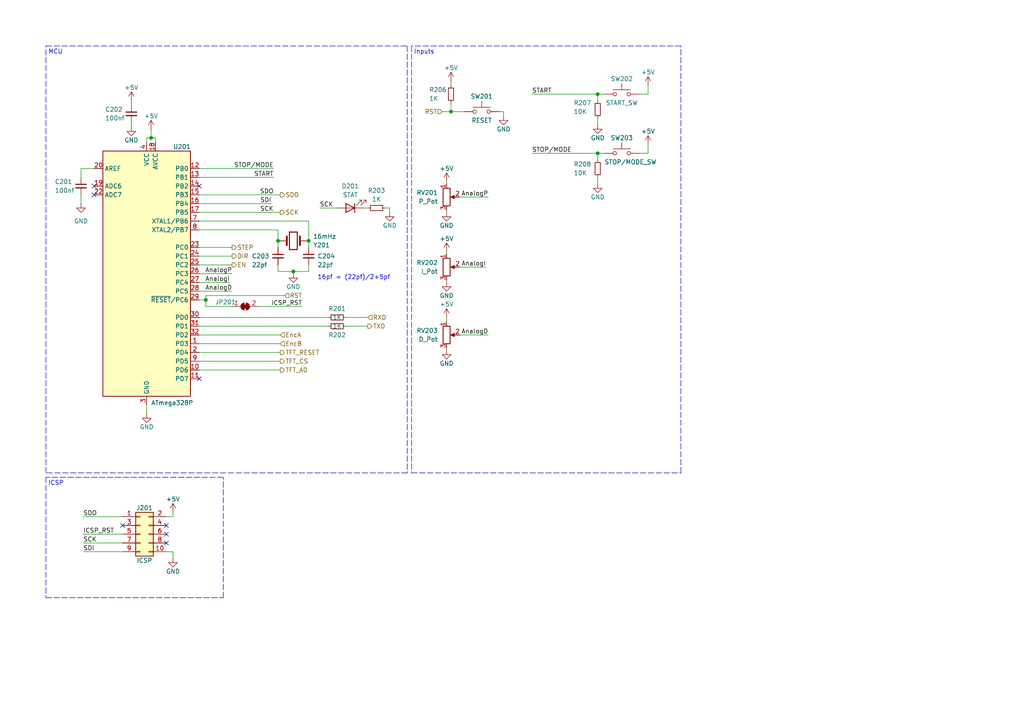
<source format=kicad_sch>
(kicad_sch (version 20211123) (generator eeschema)
  (paper "A4")
  (title_block (title "VTOL Board") (date "${ISSUE}") (rev "${REVISION}") (company "SNHU") (comment 4 "Release: ${FULL_REVISION}"))
  (lib_symbols
    (symbol "Connector_Generic:Conn_02x05_Odd_Even" (pin_names (offset 1.016) hide)
      (property "Reference" "J" (at 1.27 7.62 0))
      (property "Value" "Conn_02x05_Odd_Even" (at 1.27 -7.62 0))
      (symbol "Conn_02x05_Odd_Even_1_1"
        (rectangle (start -1.27 -4.953) (end 0 -5.207) (stroke (width 0.1524)))
        (rectangle (start -1.27 -2.413) (end 0 -2.667) (stroke (width 0.1524)))
        (rectangle (start -1.27 0.127) (end 0 -0.127) (stroke (width 0.1524)))
        (rectangle (start -1.27 2.667) (end 0 2.413) (stroke (width 0.1524)))
        (rectangle (start -1.27 5.207) (end 0 4.953) (stroke (width 0.1524)))
        (rectangle (start -1.27 6.35) (end 3.81 -6.35) (stroke (width 0.254)) (fill (type background)))
        (rectangle (start 3.81 -4.953) (end 2.54 -5.207) (stroke (width 0.1524)))
        (rectangle (start 3.81 -2.413) (end 2.54 -2.667) (stroke (width 0.1524)))
        (rectangle (start 3.81 0.127) (end 2.54 -0.127) (stroke (width 0.1524)))
        (rectangle (start 3.81 2.667) (end 2.54 2.413) (stroke (width 0.1524)))
        (rectangle (start 3.81 5.207) (end 2.54 4.953) (stroke (width 0.1524)))
        (pin passive line (at -5.08 5.08 0) (length 3.81) (name "Pin_1") (number "1"))
        (pin passive line (at 7.62 -5.08 180) (length 3.81) (name "Pin_10") (number "10"))
        (pin passive line (at 7.62 5.08 180) (length 3.81) (name "Pin_2") (number "2"))
        (pin passive line (at -5.08 2.54 0) (length 3.81) (name "Pin_3") (number "3"))
        (pin passive line (at 7.62 2.54 180) (length 3.81) (name "Pin_4") (number "4"))
        (pin passive line (at -5.08 0 0) (length 3.81) (name "Pin_5") (number "5"))
        (pin passive line (at 7.62 0 180) (length 3.81) (name "Pin_6") (number "6"))
        (pin passive line (at -5.08 -2.54 0) (length 3.81) (name "Pin_7") (number "7"))
        (pin passive line (at 7.62 -2.54 180) (length 3.81) (name "Pin_8") (number "8"))
        (pin passive line (at -5.08 -5.08 0) (length 3.81) (name "Pin_9") (number "9"))
      )
    )
    (symbol "Device:C_Small" (pin_numbers hide) (pin_names (offset 0.254) hide)
      (property "Reference" "C" (at 0.254 1.778 0))
      (property "Value" "C_Small" (at 0.254 -2.032 0))
      (symbol "C_Small_0_1"
        (polyline (pts (xy -1.524 -0.508) (xy 1.524 -0.508)) (stroke (width 0.3302)))
        (polyline (pts (xy -1.524 0.508) (xy 1.524 0.508)) (stroke (width 0.3048)))
      )
      (symbol "C_Small_1_1"
        (pin passive line (at 0 2.54 270) (length 2.032) (name "~") (number "1"))
        (pin passive line (at 0 -2.54 90) (length 2.032) (name "~") (number "2"))
      )
    )
    (symbol "Device:Crystal" (pin_numbers hide) (pin_names (offset 1.016) hide)
      (property "Reference" "Y" (at 0 3.81 0))
      (property "Value" "Crystal" (at 0 -3.81 0))
      (symbol "Crystal_0_1"
        (rectangle (start -1.143 2.54) (end 1.143 -2.54) (stroke (width 0.3048)))
        (polyline (pts (xy -2.54 0) (xy -1.905 0)))
        (polyline (pts (xy -1.905 -1.27) (xy -1.905 1.27)) (stroke (width 0.508)))
        (polyline (pts (xy 1.905 -1.27) (xy 1.905 1.27)) (stroke (width 0.508)))
        (polyline (pts (xy 2.54 0) (xy 1.905 0)))
      )
      (symbol "Crystal_1_1"
        (pin passive line (at -3.81 0 0) (length 1.27) (name "1") (number "1"))
        (pin passive line (at 3.81 0 180) (length 1.27) (name "2") (number "2"))
      )
    )
    (symbol "Device:LED" (pin_numbers hide) (pin_names (offset 1.016) hide)
      (property "Reference" "D" (at 0 2.54 0))
      (property "Value" "LED" (at 0 -2.54 0))
      (symbol "LED_0_1"
        (polyline (pts (xy -1.27 -1.27) (xy -1.27 1.27)) (stroke (width 0.254)))
        (polyline (pts (xy -1.27 0) (xy 1.27 0)))
        (polyline (pts (xy 1.27 -1.27) (xy 1.27 1.27) (xy -1.27 0) (xy 1.27 -1.27)) (stroke (width 0.254)))
        (polyline (pts (xy -3.048 -0.762) (xy -4.572 -2.286) (xy -3.81 -2.286) (xy -4.572 -2.286) (xy -4.572 -1.524)))
        (polyline (pts (xy -1.778 -0.762) (xy -3.302 -2.286) (xy -2.54 -2.286) (xy -3.302 -2.286) (xy -3.302 -1.524)))
      )
      (symbol "LED_1_1"
        (pin passive line (at -3.81 0 0) (length 2.54) (name "K") (number "1"))
        (pin passive line (at 3.81 0 180) (length 2.54) (name "A") (number "2"))
      )
    )
    (symbol "Device:R_Potentiometer" (pin_names (offset 1.016) hide)
      (property "Reference" "RV" (at -4.445 0 90))
      (property "Value" "R_Potentiometer" (at -2.54 0 90))
      (symbol "R_Potentiometer_0_1"
        (polyline (pts (xy 2.54 0) (xy 1.524 0)))
        (polyline (pts (xy 1.143 0) (xy 2.286 0.508) (xy 2.286 -0.508) (xy 1.143 0)) (fill (type outline)))
        (rectangle (start 1.016 2.54) (end -1.016 -2.54) (stroke (width 0.254)))
      )
      (symbol "R_Potentiometer_1_1"
        (pin passive line (at 0 3.81 270) (length 1.27) (name "1") (number "1"))
        (pin passive line (at 3.81 0 180) (length 1.27) (name "2") (number "2"))
        (pin passive line (at 0 -3.81 90) (length 1.27) (name "3") (number "3"))
      )
    )
    (symbol "Device:R_Small" (pin_numbers hide) (pin_names (offset 0.254) hide)
      (property "Reference" "R" (at 0.762 0.508 0))
      (property "Value" "R_Small" (at 0.762 -1.016 0))
      (symbol "R_Small_0_1"
        (rectangle (start -0.762 1.778) (end 0.762 -1.778) (stroke (width 0.2032)))
      )
      (symbol "R_Small_1_1"
        (pin passive line (at 0 2.54 270) (length 0.762) (name "~") (number "1"))
        (pin passive line (at 0 -2.54 90) (length 0.762) (name "~") (number "2"))
      )
    )
    (symbol "Jumper:SolderJumper_2_Bridged" (pin_names (offset 0) hide)
      (property "Reference" "JP" (at 0 2.032 0))
      (property "Value" "SolderJumper_2_Bridged" (at 0 -2.54 0))
      (symbol "SolderJumper_2_Bridged_0_1"
        (rectangle (start -0.508 0.508) (end 0.508 -0.508) (fill (type outline)))
        (arc (start -0.254 1.016) (mid -1.27 0) (end -0.254 -1.016))
        (arc (start -0.254 1.016) (mid -1.27 0) (end -0.254 -1.016) (fill (type outline)))
        (polyline (pts (xy -0.254 1.016) (xy -0.254 -1.016)))
        (polyline (pts (xy 0.254 1.016) (xy 0.254 -1.016)))
        (arc (start 0.254 -1.016) (mid 1.27 0) (end 0.254 1.016))
        (arc (start 0.254 -1.016) (mid 1.27 0) (end 0.254 1.016) (fill (type outline)))
      )
      (symbol "SolderJumper_2_Bridged_1_1"
        (pin passive line (at -3.81 0 0) (length 2.54) (name "A") (number "1"))
        (pin passive line (at 3.81 0 180) (length 2.54) (name "B") (number "2"))
      )
    )
    (symbol "MCU_Microchip_ATmega:ATmega328P-A"
      (property "Reference" "U" (at -12.7 36.83 0))
      (property "Value" "ATmega328P-A" (at 2.54 -36.83 0))
      (symbol "ATmega328P-A_0_1"
        (rectangle (start -12.7 -35.56) (end 12.7 35.56) (stroke (width 0.254)) (fill (type background)))
      )
      (symbol "ATmega328P-A_1_1"
        (pin bidirectional line (at 15.24 -20.32 180) (length 2.54) (name "PD3") (number "1"))
        (pin bidirectional line (at 15.24 -27.94 180) (length 2.54) (name "PD6") (number "10"))
        (pin bidirectional line (at 15.24 -30.48 180) (length 2.54) (name "PD7") (number "11"))
        (pin bidirectional line (at 15.24 30.48 180) (length 2.54) (name "PB0") (number "12"))
        (pin bidirectional line (at 15.24 27.94 180) (length 2.54) (name "PB1") (number "13"))
        (pin bidirectional line (at 15.24 25.4 180) (length 2.54) (name "PB2") (number "14"))
        (pin bidirectional line (at 15.24 22.86 180) (length 2.54) (name "PB3") (number "15"))
        (pin bidirectional line (at 15.24 20.32 180) (length 2.54) (name "PB4") (number "16"))
        (pin bidirectional line (at 15.24 17.78 180) (length 2.54) (name "PB5") (number "17"))
        (pin power_in line (at 2.54 38.1 270) (length 2.54) (name "AVCC") (number "18"))
        (pin input line (at -15.24 25.4 0) (length 2.54) (name "ADC6") (number "19"))
        (pin bidirectional line (at 15.24 -22.86 180) (length 2.54) (name "PD4") (number "2"))
        (pin passive line (at -15.24 30.48 0) (length 2.54) (name "AREF") (number "20"))
        (pin passive line (at 0 -38.1 90) (length 2.54) hide (name "GND") (number "21"))
        (pin input line (at -15.24 22.86 0) (length 2.54) (name "ADC7") (number "22"))
        (pin bidirectional line (at 15.24 7.62 180) (length 2.54) (name "PC0") (number "23"))
        (pin bidirectional line (at 15.24 5.08 180) (length 2.54) (name "PC1") (number "24"))
        (pin bidirectional line (at 15.24 2.54 180) (length 2.54) (name "PC2") (number "25"))
        (pin bidirectional line (at 15.24 0 180) (length 2.54) (name "PC3") (number "26"))
        (pin bidirectional line (at 15.24 -2.54 180) (length 2.54) (name "PC4") (number "27"))
        (pin bidirectional line (at 15.24 -5.08 180) (length 2.54) (name "PC5") (number "28"))
        (pin bidirectional line (at 15.24 -7.62 180) (length 2.54) (name "~{RESET}/PC6") (number "29"))
        (pin power_in line (at 0 -38.1 90) (length 2.54) (name "GND") (number "3"))
        (pin bidirectional line (at 15.24 -12.7 180) (length 2.54) (name "PD0") (number "30"))
        (pin bidirectional line (at 15.24 -15.24 180) (length 2.54) (name "PD1") (number "31"))
        (pin bidirectional line (at 15.24 -17.78 180) (length 2.54) (name "PD2") (number "32"))
        (pin power_in line (at 0 38.1 270) (length 2.54) (name "VCC") (number "4"))
        (pin passive line (at 0 -38.1 90) (length 2.54) hide (name "GND") (number "5"))
        (pin passive line (at 0 38.1 270) (length 2.54) hide (name "VCC") (number "6"))
        (pin bidirectional line (at 15.24 15.24 180) (length 2.54) (name "XTAL1/PB6") (number "7"))
        (pin bidirectional line (at 15.24 12.7 180) (length 2.54) (name "XTAL2/PB7") (number "8"))
        (pin bidirectional line (at 15.24 -25.4 180) (length 2.54) (name "PD5") (number "9"))
      )
    )
    (symbol "Switch:SW_Push" (pin_numbers hide) (pin_names (offset 1.016) hide)
      (property "Reference" "SW" (at 1.27 2.54 0))
      (property "Value" "SW_Push" (at 0 -1.524 0))
      (symbol "SW_Push_0_1"
        (circle (center -2.032 0) (radius 0.508))
        (polyline (pts (xy 0 1.27) (xy 0 3.048)))
        (polyline (pts (xy 2.54 1.27) (xy -2.54 1.27)))
        (circle (center 2.032 0) (radius 0.508))
        (pin passive line (at -5.08 0 0) (length 2.54) (name "1") (number "1"))
        (pin passive line (at 5.08 0 180) (length 2.54) (name "2") (number "2"))
      )
    )
    (symbol "power:+5V" (power) (pin_names (offset 0))
      (property "Value" "+5V" (at 0 3.556 0))
      (symbol "+5V_0_1"
        (polyline (pts (xy -0.762 1.27) (xy 0 2.54)))
        (polyline (pts (xy 0 0) (xy 0 2.54)))
        (polyline (pts (xy 0 2.54) (xy 0.762 1.27)))
      )
      (symbol "+5V_1_1"
        (pin power_in line (at 0 0 90) (length 0) hide (name "+5V") (number "1"))
      )
    )
    (symbol "power:GND" (power) (pin_names (offset 0))
      (property "Value" "GND" (at 0 -3.81 0))
      (symbol "GND_0_1"
        (polyline (pts (xy 0 0) (xy 0 -1.27) (xy 1.27 -1.27) (xy 0 -2.54) (xy -1.27 -1.27) (xy 0 -1.27)))
      )
      (symbol "GND_1_1"
        (pin power_in line (at 0 0 270) (length 0) hide (name "GND") (number "1"))
      )
    )
  )
  (junction (at 130.81 32.385))
  (junction (at 89.535 69.85))
  (junction (at 173.355 27.305))
  (junction (at 43.815 40.005))
  (junction (at 173.355 44.45))
  (junction (at 80.645 69.85))
  (junction (at 85.09 78.74))
  (junction (at 59.69 86.995))
  (no_connect (at 27.305 56.515))
  (no_connect (at 48.26 154.94))
  (no_connect (at 57.785 53.975))
  (no_connect (at 57.785 109.855))
  (no_connect (at 48.26 157.48))
  (no_connect (at 48.26 152.4))
  (no_connect (at 35.56 152.4))
  (no_connect (at 27.305 53.975))
  (wire (pts (xy 129.54 92.075) (xy 129.54 93.345)))
  (polyline (pts (xy 197.485 137.16) (xy 197.485 13.335)))
  (wire (pts (xy 23.495 56.515) (xy 23.495 59.055)))
  (wire (pts (xy 45.085 40.005) (xy 43.815 40.005)))
  (wire (pts (xy 24.13 149.86) (xy 35.56 149.86)))
  (wire (pts (xy 82.55 85.725) (xy 59.69 85.725)))
  (wire (pts (xy 57.785 107.315) (xy 81.28 107.315)))
  (wire (pts (xy 57.785 51.435) (xy 79.375 51.435)))
  (wire (pts (xy 80.645 69.85) (xy 81.28 69.85)))
  (wire (pts (xy 173.355 44.45) (xy 173.355 46.355)))
  (wire (pts (xy 59.69 88.9) (xy 67.31 88.9)))
  (wire (pts (xy 129.54 100.965) (xy 129.54 101.6)))
  (wire (pts (xy 48.26 149.86) (xy 50.165 149.86)))
  (wire (pts (xy 113.03 61.595) (xy 113.03 60.325)))
  (wire (pts (xy 133.35 77.47) (xy 140.97 77.47)))
  (wire (pts (xy 23.495 48.895) (xy 23.495 51.435)))
  (wire (pts (xy 59.69 86.995) (xy 57.785 86.995)))
  (wire (pts (xy 50.165 149.86) (xy 50.165 148.59)))
  (wire (pts (xy 130.81 23.495) (xy 130.81 24.765)))
  (wire (pts (xy 24.13 160.02) (xy 35.56 160.02)))
  (wire (pts (xy 57.785 61.595) (xy 81.28 61.595)))
  (wire (pts (xy 57.785 94.615) (xy 95.25 94.615)))
  (wire (pts (xy 113.03 60.325) (xy 111.76 60.325)))
  (wire (pts (xy 130.81 32.385) (xy 128.27 32.385)))
  (polyline (pts (xy 64.77 138.43) (xy 13.335 138.43)))
  (wire (pts (xy 129.54 73.025) (xy 129.54 73.66)))
  (wire (pts (xy 187.96 27.305) (xy 185.42 27.305)))
  (wire (pts (xy 89.535 69.85) (xy 89.535 64.135)))
  (wire (pts (xy 67.31 74.295) (xy 57.785 74.295)))
  (wire (pts (xy 129.54 81.28) (xy 129.54 81.915)))
  (wire (pts (xy 57.785 102.235) (xy 81.28 102.235)))
  (wire (pts (xy 89.535 69.85) (xy 89.535 71.755)))
  (wire (pts (xy 57.785 79.375) (xy 67.31 79.375)))
  (wire (pts (xy 154.305 27.305) (xy 173.355 27.305)))
  (wire (pts (xy 45.085 41.275) (xy 45.085 40.005)))
  (wire (pts (xy 187.96 41.91) (xy 187.96 44.45)))
  (polyline (pts (xy 119.38 137.16) (xy 197.485 137.16)))
  (wire (pts (xy 173.355 27.305) (xy 175.26 27.305)))
  (wire (pts (xy 129.54 52.705) (xy 129.54 53.34)))
  (wire (pts (xy 24.13 154.94) (xy 35.56 154.94)))
  (wire (pts (xy 173.355 27.305) (xy 173.355 29.21)))
  (wire (pts (xy 57.785 66.675) (xy 80.645 66.675)))
  (wire (pts (xy 42.545 40.005) (xy 42.545 41.275)))
  (wire (pts (xy 80.645 69.85) (xy 80.645 71.755)))
  (wire (pts (xy 57.785 84.455) (xy 67.31 84.455)))
  (wire (pts (xy 80.645 78.74) (xy 85.09 78.74)))
  (wire (pts (xy 133.35 57.15) (xy 141.605 57.15)))
  (wire (pts (xy 173.355 34.29) (xy 173.355 36.195)))
  (wire (pts (xy 79.375 48.895) (xy 57.785 48.895)))
  (wire (pts (xy 105.41 60.325) (xy 106.68 60.325)))
  (wire (pts (xy 187.96 44.45) (xy 185.42 44.45)))
  (wire (pts (xy 173.355 44.45) (xy 175.26 44.45)))
  (wire (pts (xy 129.54 60.96) (xy 129.54 61.595)))
  (wire (pts (xy 80.645 76.835) (xy 80.645 78.74)))
  (polyline (pts (xy 197.485 13.335) (xy 119.38 13.335)))
  (wire (pts (xy 67.31 71.755) (xy 57.785 71.755)))
  (polyline (pts (xy 119.38 13.335) (xy 119.38 137.16)))
  (polyline (pts (xy 64.77 173.355) (xy 64.77 138.43)))
  (polyline (pts (xy 118.11 13.335) (xy 118.11 137.16)))
  (wire (pts (xy 80.645 66.675) (xy 80.645 69.85)))
  (wire (pts (xy 57.785 92.075) (xy 95.25 92.075)))
  (wire (pts (xy 43.815 37.465) (xy 43.815 40.005)))
  (wire (pts (xy 92.71 60.325) (xy 97.79 60.325)))
  (wire (pts (xy 88.9 69.85) (xy 89.535 69.85)))
  (polyline (pts (xy 13.335 13.335) (xy 118.11 13.335)))
  (wire (pts (xy 38.1 35.56) (xy 38.1 36.83)))
  (wire (pts (xy 67.31 76.835) (xy 57.785 76.835)))
  (wire (pts (xy 48.26 160.02) (xy 50.165 160.02)))
  (wire (pts (xy 38.1 29.21) (xy 38.1 30.48)))
  (wire (pts (xy 57.785 81.915) (xy 66.675 81.915)))
  (wire (pts (xy 81.28 99.695) (xy 57.785 99.695)))
  (wire (pts (xy 74.93 88.9) (xy 87.63 88.9)))
  (wire (pts (xy 154.305 44.45) (xy 173.355 44.45)))
  (polyline (pts (xy 13.335 138.43) (xy 13.335 173.355)))
  (polyline (pts (xy 13.335 173.355) (xy 64.77 173.355)))
  (wire (pts (xy 134.62 32.385) (xy 130.81 32.385)))
  (polyline (pts (xy 13.335 137.16) (xy 13.335 13.335)))
  (wire (pts (xy 146.05 32.385) (xy 144.78 32.385)))
  (wire (pts (xy 81.28 97.155) (xy 57.785 97.155)))
  (wire (pts (xy 50.165 160.02) (xy 50.165 161.925)))
  (wire (pts (xy 43.815 40.005) (xy 42.545 40.005)))
  (wire (pts (xy 133.35 97.155) (xy 141.605 97.155)))
  (wire (pts (xy 42.545 117.475) (xy 42.545 120.015)))
  (wire (pts (xy 57.785 104.775) (xy 81.28 104.775)))
  (wire (pts (xy 100.33 92.075) (xy 106.68 92.075)))
  (wire (pts (xy 100.33 94.615) (xy 106.68 94.615)))
  (wire (pts (xy 27.305 48.895) (xy 23.495 48.895)))
  (wire (pts (xy 173.355 51.435) (xy 173.355 53.34)))
  (wire (pts (xy 89.535 78.74) (xy 89.535 76.835)))
  (wire (pts (xy 59.69 86.995) (xy 59.69 88.9)))
  (wire (pts (xy 59.69 85.725) (xy 59.69 86.995)))
  (wire (pts (xy 24.13 157.48) (xy 35.56 157.48)))
  (polyline (pts (xy 118.11 137.16) (xy 13.335 137.16)))
  (wire (pts (xy 85.09 78.74) (xy 89.535 78.74)))
  (wire (pts (xy 146.05 33.655) (xy 146.05 32.385)))
  (wire (pts (xy 57.785 64.135) (xy 89.535 64.135)))
  (wire (pts (xy 187.96 24.765) (xy 187.96 27.305)))
  (wire (pts (xy 85.09 78.74) (xy 85.09 79.375)))
  (wire (pts (xy 130.81 32.385) (xy 130.81 29.845)))
  (wire (pts (xy 57.785 56.515) (xy 81.28 56.515)))
  (wire (pts (xy 57.785 59.055) (xy 78.74 59.055)))
  (text "ICSP" (at 13.97 140.97 0) (effects (font (size 1.27 1.27)) (justify left bottom)))
  (text "MCU" (at 13.97 15.875 0) (effects (font (size 1.27 1.27)) (justify left bottom)))
  (text "Inputs" (at 120.015 15.875 0) (effects (font (size 1.27 1.27)) (justify left bottom)))
  (text "16pf = (22pf)/2+5pf" (at 92.075 81.28 0) (effects (font (size 1.27 1.27)) (justify left bottom)))
  (label "AnalogD" (at 67.31 84.455 180))
  (label "AnalogI" (at 66.675 81.915 180))
  (label "SDO" (at 24.13 149.86 0))
  (label "SDO" (at 79.375 56.515 180))
  (label "SCK" (at 92.71 60.325 0))
  (label "SDI" (at 24.13 160.02 0))
  (label "START" (at 154.305 27.305 0))
  (label "ICSP_RST" (at 87.63 88.9 180))
  (label "STOP{slash}MODE" (at 79.375 48.895 180))
  (label "AnalogI" (at 140.97 77.47 180))
  (label "SDI" (at 78.74 59.055 180))
  (label "STOP{slash}MODE" (at 154.305 44.45 0))
  (label "SCK" (at 24.13 157.48 0))
  (label "AnalogP" (at 141.605 57.15 180))
  (label "START" (at 79.375 51.435 180))
  (label "AnalogP" (at 67.31 79.375 180))
  (label "ICSP_RST" (at 24.13 154.94 0))
  (label "SCK" (at 79.375 61.595 180))
  (label "AnalogD" (at 141.605 97.155 180))
  (hierarchical_label "RST" (shape input) (at 82.55 85.725 0))
  (hierarchical_label "DIR" (shape output) (at 67.31 74.295 0))
  (hierarchical_label "RST" (shape input) (at 128.27 32.385 180))
  (hierarchical_label "TFT_CS" (shape output) (at 81.28 104.775 0))
  (hierarchical_label "SDO" (shape output) (at 81.28 56.515 0))
  (hierarchical_label "RXD" (shape input) (at 106.68 92.075 0))
  (hierarchical_label "TFT_RESET" (shape output) (at 81.28 102.235 0))
  (hierarchical_label "EncB" (shape input) (at 81.28 99.695 0))
  (hierarchical_label "EncA" (shape input) (at 81.28 97.155 0))
  (hierarchical_label "SCK" (shape output) (at 81.28 61.595 0))
  (hierarchical_label "TFT_A0" (shape output) (at 81.28 107.315 0))
  (hierarchical_label "TXD" (shape output) (at 106.68 94.615 0))
  (hierarchical_label "STEP" (shape output) (at 67.31 71.755 0))
  (hierarchical_label "EN" (shape output) (at 67.31 76.835 0))
  (symbol (lib_id "Device:R_Potentiometer") (at 129.54 57.15 0) (unit 1)
    (property "Reference" "RV201" (at 127 55.8799 0) (effects (justify right)))
    (property "Value" "P_Pot" (at 127 58.4199 0) (effects (justify right)))
    (property "Footprint" "Connector_JST:JST_EH_B3B-EH-A_1x03_P2.50mm_Vertical" (effects hide))
  )
  (symbol (lib_id "power:+5V") (at 129.54 73.025 0) (unit 1)
    (property "Reference" "#PWR0134" (effects hide))
    (property "Value" "+5V" (at 129.54 69.215 0))
  )
  (symbol (lib_id "power:+5V") (at 187.96 41.91 0) (unit 1)
    (property "Reference" "#PWR0220" (effects hide))
    (property "Value" "+5V" (at 187.96 38.1 0))
  )
  (symbol (lib_id "Device:R_Small") (at 97.79 94.615 90) (unit 1)
    (property "Reference" "R202" (at 97.79 97.155 90))
    (property "Value" "1K" (at 97.79 94.615 90))
    (property "Footprint" "Resistor_SMD:R_0805_2012Metric" (effects hide))
  )
  (symbol (lib_id "Switch:SW_Push") (at 180.34 44.45 0) (unit 1)
    (property "Reference" "SW203" (at 180.34 40.005 0))
    (property "Value" "STOP/MODE_SW" (at 182.88 46.99 0))
    (property "Footprint" "Button_Switch_THT:SW_PUSH_6mm_H5mm" (effects hide))
  )
  (symbol (lib_id "power:GND") (at 42.545 120.015 0) (unit 1)
    (property "Reference" "#PWR0204" (effects hide))
    (property "Value" "GND" (at 42.545 123.825 0))
  )
  (symbol (lib_id "Device:R_Potentiometer") (at 129.54 77.47 0) (unit 1)
    (property "Reference" "RV202" (at 127 76.1999 0) (effects (justify right)))
    (property "Value" "I_Pot" (at 127 78.7399 0) (effects (justify right)))
    (property "Footprint" "Connector_JST:JST_EH_B3B-EH-A_1x03_P2.50mm_Vertical" (effects hide))
  )
  (symbol (lib_id "Connector_Generic:Conn_02x05_Odd_Even") (at 40.64 154.94 0) (unit 1)
    (property "Reference" "J201" (at 41.91 147.32 0))
    (property "Value" "ICSP" (at 41.91 162.56 0))
    (property "Footprint" "Connector:Tag-Connect_TC2050-IDC-FP_2x05_P1.27mm_Vertical" (effects hide))
  )
  (symbol (lib_id "Device:R_Small") (at 109.22 60.325 270) (unit 1)
    (property "Reference" "R203" (at 109.22 55.245 90))
    (property "Value" "1K" (at 109.22 57.785 90))
    (property "Footprint" "Resistor_SMD:R_0805_2012Metric" (effects hide))
  )
  (symbol (lib_id "power:GND") (at 85.09 79.375 0) (unit 1)
    (property "Reference" "#PWR0206" (effects hide))
    (property "Value" "GND" (at 85.09 83.185 0))
  )
  (symbol (lib_id "Device:R_Small") (at 173.355 48.895 0) (unit 1)
    (property "Reference" "R208" (at 166.37 47.625 0) (effects (justify left)))
    (property "Value" "10K" (at 166.37 50.165 0) (effects (justify left)))
    (property "Footprint" "Resistor_SMD:R_0805_2012Metric" (effects hide))
  )
  (symbol (lib_id "Device:R_Potentiometer") (at 129.54 97.155 0) (unit 1)
    (property "Reference" "RV203" (at 127 95.8849 0) (effects (justify right)))
    (property "Value" "D_Pot" (at 127 98.4249 0) (effects (justify right)))
    (property "Footprint" "Connector_JST:JST_EH_B3B-EH-A_1x03_P2.50mm_Vertical" (effects hide))
  )
  (symbol (lib_id "power:+5V") (at 129.54 92.075 0) (unit 1)
    (property "Reference" "#PWR0137" (effects hide))
    (property "Value" "+5V" (at 129.54 88.265 0))
  )
  (symbol (lib_id "power:+5V") (at 50.165 148.59 0) (unit 1)
    (property "Reference" "#PWR0208" (effects hide))
    (property "Value" "+5V" (at 50.165 144.78 0))
  )
  (symbol (lib_id "power:GND") (at 50.165 161.925 0) (unit 1)
    (property "Reference" "#PWR0209" (effects hide))
    (property "Value" "GND" (at 50.165 165.735 0))
  )
  (symbol (lib_id "power:+5V") (at 38.1 29.21 0) (unit 1)
    (property "Reference" "#PWR0202" (effects hide))
    (property "Value" "+5V" (at 38.1 25.4 0))
  )
  (symbol (lib_id "MCU_Microchip_ATmega:ATmega328P-A") (at 42.545 79.375 0) (unit 1)
    (property "Reference" "U201" (at 50.165 42.545 0) (effects (justify left)))
    (property "Value" "ATmega328P" (at 43.815 116.84 0) (effects (justify left)))
    (property "Footprint" "Package_QFP:TQFP-32_7x7mm_P0.8mm" (effects hide))
    (property "Datasheet" "http://ww1.microchip.com/downloads/en/DeviceDoc/ATmega328_P%20AVR%20MCU%20with%20picoPower%20Technology%20Data%20Sheet%2040001984A.pdf" (effects hide))
  )
  (symbol (lib_id "Device:R_Small") (at 130.81 27.305 0) (unit 1)
    (property "Reference" "R206" (at 124.46 26.035 0) (effects (justify left)))
    (property "Value" "1K" (at 124.46 28.575 0) (effects (justify left)))
    (property "Footprint" "Resistor_SMD:R_0805_2012Metric" (effects hide))
  )
  (symbol (lib_id "power:+5V") (at 129.54 52.705 0) (unit 1)
    (property "Reference" "#PWR0135" (effects hide))
    (property "Value" "+5V" (at 129.54 48.895 0))
  )
  (symbol (lib_id "Jumper:SolderJumper_2_Bridged") (at 71.12 88.9 0) (unit 1)
    (property "Reference" "JP201" (at 65.405 87.63 0))
    (property "Value" "RSTBridge" (effects hide))
    (property "Footprint" "Jumper:SolderJumper-2_P1.3mm_Bridged_Pad1.0x1.5mm" (effects hide))
  )
  (symbol (lib_id "power:GND") (at 129.54 81.915 0) (unit 1)
    (property "Reference" "#PWR0138" (effects hide))
    (property "Value" "GND" (at 129.54 85.725 0))
  )
  (symbol (lib_id "Device:C_Small") (at 38.1 33.02 0) (unit 1)
    (property "Reference" "C202" (at 30.48 31.75 0) (effects (justify left)))
    (property "Value" "100nf" (at 30.48 34.29 0) (effects (justify left)))
    (property "Footprint" "Capacitor_SMD:C_0805_2012Metric" (effects hide))
  )
  (symbol (lib_id "Device:C_Small") (at 89.535 74.295 0) (unit 1)
    (property "Reference" "C204" (at 92.075 74.295 0) (effects (justify left)))
    (property "Value" "22pf" (at 92.075 76.835 0) (effects (justify left)))
    (property "Footprint" "Capacitor_SMD:C_0805_2012Metric" (effects hide))
  )
  (symbol (lib_id "Device:R_Small") (at 97.79 92.075 90) (unit 1)
    (property "Reference" "R201" (at 97.79 89.535 90))
    (property "Value" "1K" (at 97.79 92.075 90))
    (property "Footprint" "Resistor_SMD:R_0805_2012Metric" (effects hide))
  )
  (symbol (lib_id "power:GND") (at 129.54 61.595 0) (unit 1)
    (property "Reference" "#PWR0136" (effects hide))
    (property "Value" "GND" (at 129.54 65.405 0))
  )
  (symbol (lib_id "power:GND") (at 146.05 33.655 0) (unit 1)
    (property "Reference" "#PWR0218" (effects hide))
    (property "Value" "GND" (at 146.05 37.465 0))
  )
  (symbol (lib_id "power:+5V") (at 130.81 23.495 0) (unit 1)
    (property "Reference" "#PWR0214" (effects hide))
    (property "Value" "+5V" (at 130.81 19.685 0))
  )
  (symbol (lib_id "power:+5V") (at 187.96 24.765 0) (unit 1)
    (property "Reference" "#PWR0219" (effects hide))
    (property "Value" "+5V" (at 187.96 20.955 0))
  )
  (symbol (lib_id "Device:C_Small") (at 80.645 74.295 0) (unit 1)
    (property "Reference" "C203" (at 73.025 74.295 0) (effects (justify left)))
    (property "Value" "22pf" (at 73.025 76.835 0) (effects (justify left)))
    (property "Footprint" "Capacitor_SMD:C_0805_2012Metric" (effects hide))
  )
  (symbol (lib_id "Switch:SW_Push") (at 139.7 32.385 0) (unit 1)
    (property "Reference" "SW201" (at 139.7 27.94 0))
    (property "Value" "RESET" (at 139.7 34.925 0))
    (property "Footprint" "Button_Switch_THT:SW_PUSH_6mm_H5mm" (effects hide))
  )
  (symbol (lib_id "Device:R_Small") (at 173.355 31.75 0) (unit 1)
    (property "Reference" "R207" (at 166.37 29.845 0) (effects (justify left)))
    (property "Value" "10K" (at 166.37 32.385 0) (effects (justify left)))
    (property "Footprint" "Resistor_SMD:R_0805_2012Metric" (effects hide))
  )
  (symbol (lib_id "Device:LED") (at 101.6 60.325 180) (unit 1)
    (property "Reference" "D201" (at 101.6 53.975 0))
    (property "Value" "STAT" (at 101.6 56.515 0))
    (property "Footprint" "LED_SMD:LED_0805_2012Metric" (effects hide))
  )
  (symbol (lib_id "Device:Crystal") (at 85.09 69.85 180) (unit 1)
    (property "Reference" "Y201" (at 90.805 71.12 0) (effects (justify right)))
    (property "Value" "16mHz" (at 90.805 68.58 0) (effects (justify right)))
    (property "Footprint" "Crystal:Crystal_SMD_HC49-SD" (effects hide))
  )
  (symbol (lib_id "Device:C_Small") (at 23.495 53.975 0) (unit 1)
    (property "Reference" "C201" (at 15.875 52.705 0) (effects (justify left)))
    (property "Value" "100nf" (at 15.875 55.245 0) (effects (justify left)))
    (property "Footprint" "Capacitor_SMD:C_0805_2012Metric" (effects hide))
  )
  (symbol (lib_id "power:GND") (at 23.495 59.055 0) (unit 1)
    (property "Reference" "#PWR0201" (effects hide))
    (property "Value" "GND" (at 23.495 64.135 0))
  )
  (symbol (lib_id "Switch:SW_Push") (at 180.34 27.305 0) (unit 1)
    (property "Reference" "SW202" (at 180.34 22.86 0))
    (property "Value" "START_SW" (at 180.34 29.845 0))
    (property "Footprint" "Button_Switch_THT:SW_PUSH_6mm_H5mm" (effects hide))
  )
  (symbol (lib_id "power:GND") (at 113.03 61.595 0) (unit 1)
    (property "Reference" "#PWR0141" (effects hide))
    (property "Value" "GND" (at 113.03 65.405 0))
  )
  (symbol (lib_id "power:GND") (at 173.355 53.34 0) (unit 1)
    (property "Reference" "#PWR0216" (effects hide))
    (property "Value" "GND" (at 173.355 57.15 0))
  )
  (symbol (lib_id "power:GND") (at 173.355 36.195 0) (unit 1)
    (property "Reference" "#PWR0215" (effects hide))
    (property "Value" "GND" (at 173.355 40.005 0))
  )
  (symbol (lib_id "power:+5V") (at 43.815 37.465 0) (unit 1)
    (property "Reference" "#PWR0205" (effects hide))
    (property "Value" "+5V" (at 43.815 33.655 0))
  )
  (symbol (lib_id "power:GND") (at 38.1 36.83 0) (unit 1)
    (property "Reference" "#PWR0203" (effects hide))
    (property "Value" "GND" (at 38.1 40.64 0))
  )
  (symbol (lib_id "power:GND") (at 129.54 101.6 0) (unit 1)
    (property "Reference" "#PWR0133" (effects hide))
    (property "Value" "GND" (at 129.54 105.41 0))
  )
)
</source>
